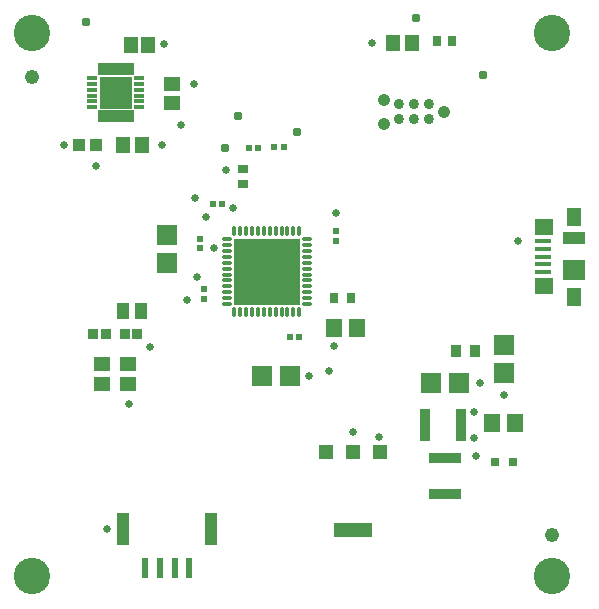
<source format=gbr>
%TF.GenerationSoftware,Altium Limited,Altium Designer,23.5.1 (21)*%
G04 Layer_Color=8388736*
%FSLAX45Y45*%
%MOMM*%
%TF.SameCoordinates,5289BC4C-B9E5-40BB-BF73-25A575C0F3CC*%
%TF.FilePolarity,Negative*%
%TF.FileFunction,Soldermask,Top*%
%TF.Part,Single*%
G01*
G75*
%TA.AperFunction,SMDPad,CuDef*%
%ADD10R,1.25000X1.25000*%
%ADD11R,3.18213X1.25000*%
%ADD12R,1.00000X2.80000*%
%ADD13R,0.60000X1.70000*%
%ADD15R,0.86213X0.66370*%
%TA.AperFunction,ConnectorPad*%
%ADD16R,1.38000X0.45000*%
%ADD17R,1.55000X1.42500*%
%ADD18R,1.90000X1.00000*%
%ADD19R,1.90000X1.80000*%
%ADD20R,1.30000X1.65000*%
%TA.AperFunction,SMDPad,CuDef*%
%ADD24R,0.52000X0.52000*%
%ADD25R,1.40000X1.20000*%
%ADD26R,0.93108X0.81213*%
%ADD31R,1.45620X1.30464*%
%ADD35R,0.52000X0.52000*%
%ADD36R,1.75395X1.80620*%
%ADD38R,1.80620X1.75395*%
%ADD39R,0.80000X0.80000*%
%ADD41R,0.66370X0.86213*%
%ADD43R,1.30464X1.45620*%
%ADD66R,2.68000X0.83000*%
%TA.AperFunction,BGAPad,CuDef*%
%ADD67C,0.86700*%
%TA.AperFunction,SMDPad,CuDef*%
%ADD68R,0.83000X2.68000*%
%ADD69R,0.53000X0.53000*%
%ADD70R,0.98000X1.43000*%
%ADD71R,2.78000X2.68000*%
%ADD72R,0.88000X0.43000*%
%ADD73R,0.55320X1.05320*%
%ADD74R,5.68000X5.68000*%
%ADD75O,0.33000X0.88000*%
%ADD76O,0.88000X0.33000*%
%ADD77R,0.92000X1.01000*%
%ADD78R,1.43000X1.63000*%
%ADD79R,0.68000X0.88000*%
%ADD80R,1.03000X1.13000*%
%ADD81R,1.23000X1.43000*%
%TA.AperFunction,ViaPad*%
%ADD82C,1.23200*%
%ADD83C,3.08000*%
%TA.AperFunction,ComponentPad*%
%ADD84C,1.07100*%
%TA.AperFunction,ViaPad*%
%ADD85C,0.68000*%
%ADD86C,0.78000*%
%ADD87C,0.58000*%
D10*
X11339000Y6249500D02*
D03*
X11110000D02*
D03*
X10881000D02*
D03*
D11*
X11110000Y5590500D02*
D03*
D12*
X9168118Y5604252D02*
D03*
X9913118D02*
D03*
D13*
X9728118Y5269252D02*
D03*
X9603118D02*
D03*
X9478118D02*
D03*
X9353118D02*
D03*
D15*
X10180000Y8520000D02*
D03*
Y8645877D02*
D03*
D16*
X12720000Y8035000D02*
D03*
Y7970000D02*
D03*
Y7905000D02*
D03*
Y7840000D02*
D03*
Y7775000D02*
D03*
D17*
X12728500Y8153750D02*
D03*
Y7656250D02*
D03*
D18*
X12986000Y8060000D02*
D03*
D19*
Y7790000D02*
D03*
D20*
Y8242500D02*
D03*
Y7567500D02*
D03*
D24*
X9850000Y7630000D02*
D03*
Y7550000D02*
D03*
X9818019Y7975680D02*
D03*
Y8055680D02*
D03*
X10660000Y7230000D02*
D03*
X10970000Y8120000D02*
D03*
Y8040000D02*
D03*
D25*
X8990000Y7000000D02*
D03*
Y6830000D02*
D03*
X9210000D02*
D03*
Y7000000D02*
D03*
D26*
X9180000Y7250000D02*
D03*
X9288105D02*
D03*
X9020000D02*
D03*
X8911895D02*
D03*
D31*
X9580000Y9370000D02*
D03*
Y9208844D02*
D03*
D35*
X10004935Y8353065D02*
D03*
X9924935D02*
D03*
X10580000Y7230000D02*
D03*
D36*
X12008469Y6840000D02*
D03*
X11773244D02*
D03*
X10342387Y6900000D02*
D03*
X10577612D02*
D03*
D38*
X12390000Y6922387D02*
D03*
Y7157612D02*
D03*
X9536632Y8088571D02*
D03*
Y7853346D02*
D03*
D39*
X12318469Y6170000D02*
D03*
X12468469D02*
D03*
D41*
X11823700Y9728200D02*
D03*
X11949577D02*
D03*
D43*
X11610734Y9718200D02*
D03*
X11449577D02*
D03*
X9170000Y8850000D02*
D03*
X9331156D02*
D03*
D66*
X11890000Y5897500D02*
D03*
Y6202500D02*
D03*
D67*
X11757000Y9197000D02*
D03*
Y9070000D02*
D03*
X11630000Y9197000D02*
D03*
Y9070000D02*
D03*
X11503000Y9197000D02*
D03*
Y9070000D02*
D03*
D68*
X11725969Y6479999D02*
D03*
X12030969D02*
D03*
D69*
X10231355Y8829606D02*
D03*
X10311356D02*
D03*
X10527125Y8831057D02*
D03*
X10447125D02*
D03*
D70*
X9165000Y7450000D02*
D03*
X9320000D02*
D03*
D71*
X9105000Y9295000D02*
D03*
D72*
X9305000Y9170000D02*
D03*
Y9220000D02*
D03*
Y9270000D02*
D03*
Y9320000D02*
D03*
Y9370000D02*
D03*
Y9420000D02*
D03*
X8905000Y9170000D02*
D03*
Y9220000D02*
D03*
Y9270000D02*
D03*
Y9320000D02*
D03*
Y9370000D02*
D03*
Y9420000D02*
D03*
D73*
X9230000Y9492500D02*
D03*
X9180000D02*
D03*
X9130000D02*
D03*
X9080000D02*
D03*
X9030000D02*
D03*
X8980000D02*
D03*
X9230000Y9097500D02*
D03*
X9180000D02*
D03*
X9130000D02*
D03*
X9080000D02*
D03*
X9030000D02*
D03*
X8980000D02*
D03*
D74*
X10383642Y7780005D02*
D03*
D75*
X10108642Y8120005D02*
D03*
X10158642D02*
D03*
X10208642D02*
D03*
X10258642D02*
D03*
X10308642D02*
D03*
X10358642D02*
D03*
X10408642D02*
D03*
X10458642D02*
D03*
X10508642D02*
D03*
X10558642D02*
D03*
X10608642D02*
D03*
X10658642D02*
D03*
Y7440005D02*
D03*
X10608642D02*
D03*
X10558642D02*
D03*
X10508642D02*
D03*
X10458642D02*
D03*
X10408642D02*
D03*
X10358642D02*
D03*
X10308642D02*
D03*
X10258642D02*
D03*
X10208642D02*
D03*
X10158642D02*
D03*
X10108642D02*
D03*
D76*
X10723642Y8055005D02*
D03*
Y8005005D02*
D03*
Y7955005D02*
D03*
Y7905005D02*
D03*
Y7855005D02*
D03*
Y7805005D02*
D03*
Y7755005D02*
D03*
Y7705005D02*
D03*
Y7655005D02*
D03*
Y7605005D02*
D03*
Y7555005D02*
D03*
Y7505005D02*
D03*
X10043642D02*
D03*
Y7555005D02*
D03*
Y7605005D02*
D03*
Y7655005D02*
D03*
Y7705005D02*
D03*
Y7755005D02*
D03*
Y7805005D02*
D03*
Y7855005D02*
D03*
Y7905005D02*
D03*
Y7955005D02*
D03*
Y8005005D02*
D03*
Y8055005D02*
D03*
D77*
X12143877Y7108433D02*
D03*
X11984877D02*
D03*
D78*
X12488469Y6500000D02*
D03*
X12293469D02*
D03*
X11150000Y7300000D02*
D03*
X10955000D02*
D03*
D79*
X10955907Y7557661D02*
D03*
X11100907D02*
D03*
D80*
X8940800Y8851900D02*
D03*
X8795800D02*
D03*
D81*
X9375000Y9700000D02*
D03*
X9230000D02*
D03*
D82*
X12800000Y5550000D02*
D03*
X8400000Y9425000D02*
D03*
D83*
Y5200000D02*
D03*
Y9800000D02*
D03*
X12800000D02*
D03*
Y5200000D02*
D03*
D84*
X11884000Y9133500D02*
D03*
X11376000Y9031900D02*
D03*
Y9235100D02*
D03*
D85*
X12151915Y6217468D02*
D03*
X9776397Y8405532D02*
D03*
X9495615Y8848359D02*
D03*
X8937234Y8671151D02*
D03*
X11110750Y6423305D02*
D03*
X10908152Y6939132D02*
D03*
X9660111Y9019944D02*
D03*
X11337864Y6380616D02*
D03*
X9935167Y7978251D02*
D03*
X10968009Y8277165D02*
D03*
X9868353Y8239441D02*
D03*
X9709908Y7541985D02*
D03*
X9790000Y7730000D02*
D03*
X9214163Y6658316D02*
D03*
X9393198Y7141804D02*
D03*
X8668811Y8848881D02*
D03*
X9029700Y5600700D02*
D03*
X12192000Y6832600D02*
D03*
X12136892Y6373467D02*
D03*
X12512908Y8037044D02*
D03*
X11277600Y9715500D02*
D03*
X9512300Y9702800D02*
D03*
X9767528Y9368961D02*
D03*
X10955226Y7145888D02*
D03*
X10740699Y6899716D02*
D03*
X10101642Y8316621D02*
D03*
X10041529Y8643378D02*
D03*
X12389794Y6737657D02*
D03*
X12137757Y6588375D02*
D03*
D86*
X10142008Y9098908D02*
D03*
X11648800Y9923101D02*
D03*
X12214319Y9442271D02*
D03*
X10640060Y8963660D02*
D03*
X10030460Y8823960D02*
D03*
X8850000Y9890000D02*
D03*
D87*
X9050000Y9350000D02*
D03*
X9160000D02*
D03*
Y9240000D02*
D03*
X9050000D02*
D03*
X10603642Y7560005D02*
D03*
X10493642D02*
D03*
X10383642D02*
D03*
X10273642D02*
D03*
X10163642D02*
D03*
X10603642Y7670005D02*
D03*
X10493642D02*
D03*
X10383642D02*
D03*
X10273642D02*
D03*
X10163642D02*
D03*
X10603642Y7780005D02*
D03*
X10493642D02*
D03*
X10383642D02*
D03*
X10273642D02*
D03*
X10163642D02*
D03*
X10603642Y7890005D02*
D03*
X10493642D02*
D03*
X10383642D02*
D03*
X10273642D02*
D03*
X10163642D02*
D03*
X10603642Y8000005D02*
D03*
X10493642D02*
D03*
X10383642D02*
D03*
X10273642D02*
D03*
X10163642D02*
D03*
%TF.MD5,99689d0e4d1125a79d05165dc5ffae40*%
M02*

</source>
